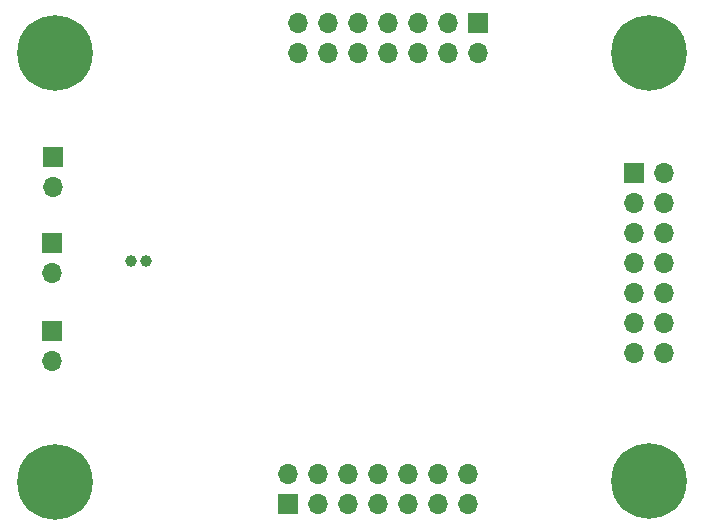
<source format=gbr>
%TF.GenerationSoftware,KiCad,Pcbnew,8.0.5*%
%TF.CreationDate,2024-12-07T09:48:31-05:00*%
%TF.ProjectId,stm32_lqfp64_test_board,73746d33-325f-46c7-9166-7036345f7465,1.1*%
%TF.SameCoordinates,Original*%
%TF.FileFunction,Soldermask,Bot*%
%TF.FilePolarity,Negative*%
%FSLAX46Y46*%
G04 Gerber Fmt 4.6, Leading zero omitted, Abs format (unit mm)*
G04 Created by KiCad (PCBNEW 8.0.5) date 2024-12-07 09:48:31*
%MOMM*%
%LPD*%
G01*
G04 APERTURE LIST*
%ADD10C,3.600000*%
%ADD11C,6.400000*%
%ADD12R,1.700000X1.700000*%
%ADD13O,1.700000X1.700000*%
%ADD14C,1.000000*%
G04 APERTURE END LIST*
D10*
%TO.C,H3*%
X152146000Y-112500000D03*
D11*
X152146000Y-112500000D03*
%TD*%
D12*
%TO.C,J9*%
X137670000Y-73660000D03*
D13*
X137670000Y-76200000D03*
X135130000Y-73660000D03*
X135130000Y-76200000D03*
X132590000Y-73660000D03*
X132590000Y-76200000D03*
X130050000Y-73660000D03*
X130050000Y-76200000D03*
X127510000Y-73660000D03*
X127510000Y-76200000D03*
X124970000Y-73660000D03*
X124970000Y-76200000D03*
X122430000Y-73660000D03*
X122430000Y-76200000D03*
%TD*%
D10*
%TO.C,H4*%
X152146000Y-76200000D03*
D11*
X152146000Y-76200000D03*
%TD*%
D12*
%TO.C,J10*%
X150950000Y-86370000D03*
D13*
X153490000Y-86370000D03*
X150950000Y-88910000D03*
X153490000Y-88910000D03*
X150950000Y-91450000D03*
X153490000Y-91450000D03*
X150950000Y-93990000D03*
X153490000Y-93990000D03*
X150950000Y-96530000D03*
X153490000Y-96530000D03*
X150950000Y-99070000D03*
X153490000Y-99070000D03*
X150950000Y-101610000D03*
X153490000Y-101610000D03*
%TD*%
D14*
%TO.C,Y2*%
X108342500Y-93860000D03*
X109612500Y-93870000D03*
%TD*%
D12*
%TO.C,J2*%
X101600000Y-92285000D03*
D13*
X101600000Y-94825000D03*
%TD*%
D12*
%TO.C,J8*%
X121590000Y-114390000D03*
D13*
X121590000Y-111850000D03*
X124130000Y-114390000D03*
X124130000Y-111850000D03*
X126670000Y-114390000D03*
X126670000Y-111850000D03*
X129210000Y-114390000D03*
X129210000Y-111850000D03*
X131750000Y-114390000D03*
X131750000Y-111850000D03*
X134290000Y-114390000D03*
X134290000Y-111850000D03*
X136830000Y-114390000D03*
X136830000Y-111850000D03*
%TD*%
D10*
%TO.C,H2*%
X101854000Y-112522000D03*
D11*
X101854000Y-112522000D03*
%TD*%
D12*
%TO.C,J3*%
X101600000Y-99796600D03*
D13*
X101600000Y-102336600D03*
%TD*%
D10*
%TO.C,H1*%
X101854000Y-76200000D03*
D11*
X101854000Y-76200000D03*
%TD*%
D12*
%TO.C,J1*%
X101700000Y-85085000D03*
D13*
X101700000Y-87625000D03*
%TD*%
M02*

</source>
